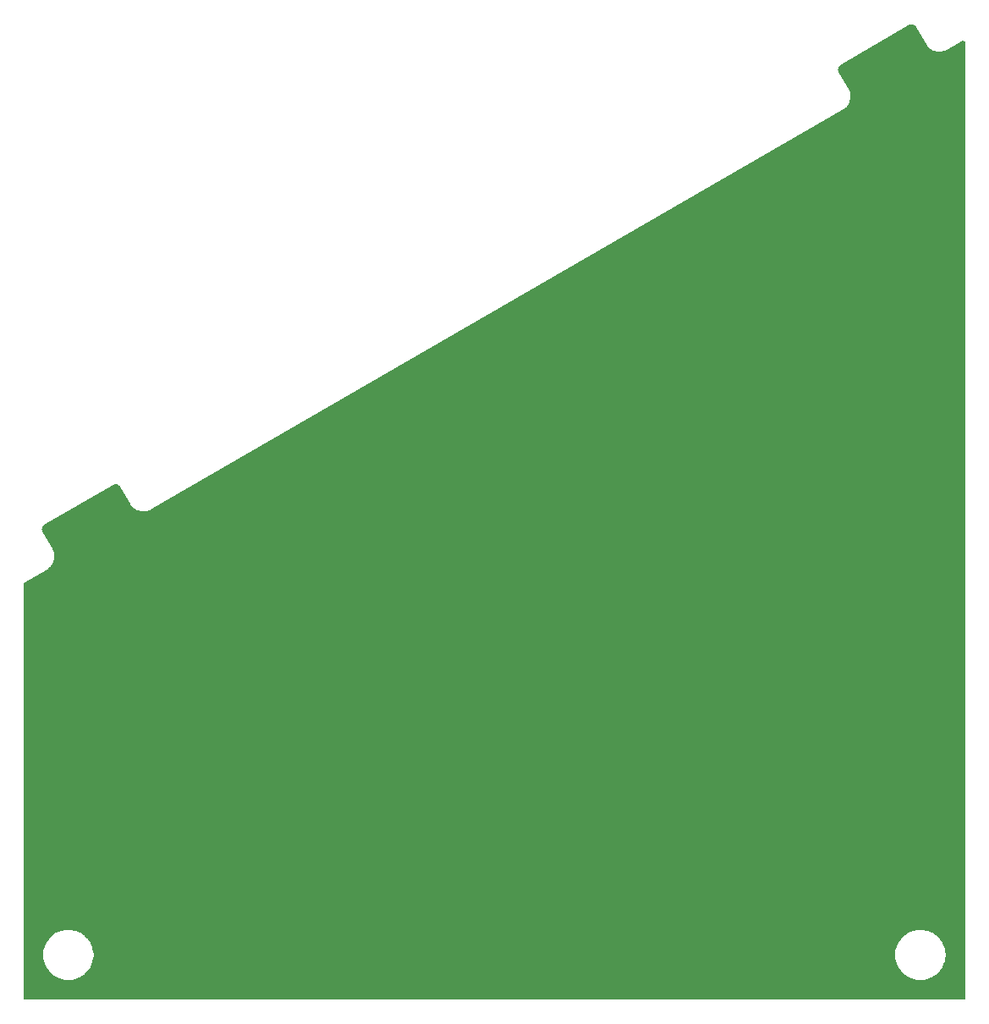
<source format=gtl>
G04*
G04 #@! TF.GenerationSoftware,Altium Limited,Altium Designer,25.5.2 (35)*
G04*
G04 Layer_Physical_Order=1*
G04 Layer_Color=255*
%FSLAX44Y44*%
%MOMM*%
G71*
G04*
G04 #@! TF.SameCoordinates,C3FC9F57-ABCC-4FA3-91A3-F26E9C4BB8ED*
G04*
G04*
G04 #@! TF.FilePolarity,Positive*
G04*
G01*
G75*
G36*
X1195129Y1055841D02*
X1196062Y1055591D01*
X1196928Y1055164D01*
X1197694Y1054576D01*
X1198331Y1053850D01*
X1198572Y1053432D01*
X1198572Y1053432D01*
X1208572Y1036111D01*
X1208656Y1036016D01*
X1208702Y1035898D01*
X1209234Y1035073D01*
X1209497Y1034801D01*
X1209686Y1034474D01*
X1210978Y1033000D01*
X1211377Y1032695D01*
X1211708Y1032317D01*
X1213263Y1031124D01*
X1213714Y1030902D01*
X1214112Y1030596D01*
X1215870Y1029729D01*
X1216355Y1029599D01*
X1216805Y1029377D01*
X1218699Y1028870D01*
X1219200Y1028837D01*
X1219685Y1028707D01*
X1221641Y1028579D01*
X1222139Y1028644D01*
X1222640Y1028611D01*
X1224583Y1028867D01*
X1225059Y1029029D01*
X1225557Y1029094D01*
X1227413Y1029724D01*
X1227740Y1029913D01*
X1228103Y1030017D01*
X1228976Y1030465D01*
X1229076Y1030544D01*
X1229196Y1030585D01*
X1245330Y1039900D01*
X1247530Y1038630D01*
Y80098D01*
X305098D01*
Y497057D01*
X328530Y510585D01*
X328625Y510669D01*
X328743Y510716D01*
X329568Y511247D01*
X329840Y511510D01*
X330167Y511699D01*
X331641Y512991D01*
X331946Y513390D01*
X332324Y513721D01*
X333517Y515276D01*
X333739Y515727D01*
X334045Y516125D01*
X334912Y517883D01*
X335042Y518368D01*
X335264Y518818D01*
X335771Y520712D01*
X335804Y521213D01*
X335934Y521698D01*
X336062Y523654D01*
X335997Y524152D01*
X336030Y524653D01*
X335774Y526596D01*
X335612Y527072D01*
X335547Y527570D01*
X334917Y529426D01*
X334728Y529753D01*
X334624Y530116D01*
X334176Y530989D01*
X334097Y531089D01*
X334056Y531209D01*
X324056Y548530D01*
X323814Y548948D01*
X323504Y549862D01*
X323378Y550820D01*
X323441Y551783D01*
X323691Y552716D01*
X324118Y553582D01*
X324706Y554348D01*
X325432Y554985D01*
X325850Y555226D01*
X325850Y555226D01*
X395132Y595226D01*
X395550Y595467D01*
X396465Y595778D01*
X397422Y595904D01*
X398386Y595841D01*
X399318Y595591D01*
X400184Y595164D01*
X400951Y594576D01*
X401587Y593850D01*
X401829Y593432D01*
X411829Y576111D01*
X411912Y576016D01*
X411959Y575898D01*
X412491Y575073D01*
X412754Y574801D01*
X412943Y574474D01*
X414235Y573000D01*
X414633Y572695D01*
X414964Y572317D01*
X416520Y571124D01*
X416970Y570902D01*
X417369Y570596D01*
X419127Y569729D01*
X419612Y569599D01*
X420062Y569377D01*
X421955Y568870D01*
X422457Y568837D01*
X422941Y568707D01*
X424897Y568579D01*
X425395Y568644D01*
X425896Y568611D01*
X427840Y568867D01*
X428315Y569029D01*
X428813Y569094D01*
X430670Y569724D01*
X430997Y569913D01*
X431360Y570017D01*
X432233Y570465D01*
X432332Y570544D01*
X432453Y570585D01*
X1125273Y970585D01*
X1125368Y970669D01*
X1125487Y970715D01*
X1126311Y971247D01*
X1126583Y971510D01*
X1126910Y971699D01*
X1128384Y972992D01*
X1128690Y973390D01*
X1129067Y973721D01*
X1130260Y975276D01*
X1130483Y975727D01*
X1130788Y976125D01*
X1131655Y977883D01*
X1131785Y978368D01*
X1132007Y978818D01*
X1132515Y980712D01*
X1132548Y981213D01*
X1132678Y981698D01*
X1132806Y983654D01*
X1132740Y984152D01*
X1132773Y984653D01*
X1132517Y986597D01*
X1132356Y987072D01*
X1132290Y987570D01*
X1131660Y989426D01*
X1131471Y989753D01*
X1131367Y990116D01*
X1130919Y990989D01*
X1130840Y991089D01*
X1130799Y991209D01*
X1120799Y1008530D01*
X1120799Y1008530D01*
X1120558Y1008948D01*
X1120247Y1009862D01*
X1120121Y1010820D01*
X1120185Y1011783D01*
X1120434Y1012716D01*
X1120862Y1013582D01*
X1121450Y1014348D01*
X1122176Y1014985D01*
X1122594Y1015226D01*
X1191876Y1055226D01*
X1192294Y1055468D01*
X1193208Y1055778D01*
X1194165Y1055904D01*
X1195129Y1055841D01*
D02*
G37*
%LPC*%
G36*
X1204600Y150098D02*
X1200660D01*
X1200168Y150000D01*
X1199666D01*
X1195802Y149231D01*
X1195338Y149039D01*
X1194845Y148941D01*
X1191206Y147434D01*
X1190788Y147155D01*
X1190324Y146963D01*
X1187048Y144774D01*
X1186693Y144419D01*
X1186276Y144140D01*
X1183490Y141354D01*
X1183211Y140937D01*
X1182856Y140582D01*
X1180667Y137306D01*
X1180475Y136842D01*
X1180196Y136425D01*
X1178689Y132785D01*
X1178591Y132292D01*
X1178399Y131828D01*
X1177630Y127964D01*
Y127462D01*
X1177532Y126970D01*
Y123030D01*
X1177630Y122538D01*
Y122036D01*
X1178399Y118172D01*
X1178591Y117708D01*
X1178689Y117215D01*
X1180196Y113575D01*
X1180475Y113158D01*
X1180667Y112694D01*
X1182856Y109418D01*
X1183211Y109063D01*
X1183490Y108646D01*
X1186276Y105860D01*
X1186693Y105581D01*
X1187048Y105226D01*
X1190324Y103037D01*
X1190788Y102845D01*
X1191206Y102566D01*
X1194845Y101059D01*
X1195338Y100961D01*
X1195802Y100769D01*
X1199666Y100000D01*
X1200168D01*
X1200660Y99902D01*
X1204600D01*
X1205092Y100000D01*
X1205594D01*
X1209458Y100769D01*
X1209922Y100961D01*
X1210415Y101059D01*
X1214054Y102566D01*
X1214472Y102845D01*
X1214936Y103037D01*
X1218212Y105226D01*
X1218567Y105581D01*
X1218984Y105860D01*
X1221770Y108646D01*
X1222049Y109063D01*
X1222404Y109418D01*
X1224593Y112694D01*
X1224785Y113158D01*
X1225064Y113575D01*
X1226571Y117215D01*
X1226669Y117708D01*
X1226861Y118172D01*
X1227630Y122036D01*
Y122538D01*
X1227728Y123030D01*
Y126970D01*
X1227630Y127462D01*
Y127964D01*
X1226861Y131828D01*
X1226669Y132292D01*
X1226571Y132785D01*
X1225064Y136424D01*
X1224785Y136842D01*
X1224593Y137306D01*
X1222404Y140582D01*
X1222049Y140936D01*
X1221770Y141354D01*
X1218984Y144140D01*
X1218567Y144419D01*
X1218212Y144774D01*
X1214936Y146963D01*
X1214472Y147155D01*
X1214054Y147434D01*
X1210415Y148941D01*
X1209922Y149039D01*
X1209458Y149231D01*
X1205594Y150000D01*
X1205092D01*
X1204600Y150098D01*
D02*
G37*
G36*
X351970D02*
X348030D01*
X347538Y150000D01*
X347036D01*
X343172Y149231D01*
X342708Y149039D01*
X342215Y148941D01*
X338576Y147434D01*
X338158Y147155D01*
X337694Y146963D01*
X334418Y144774D01*
X334063Y144419D01*
X333646Y144140D01*
X330860Y141354D01*
X330581Y140937D01*
X330226Y140582D01*
X328037Y137306D01*
X327845Y136842D01*
X327566Y136425D01*
X326059Y132785D01*
X325961Y132292D01*
X325769Y131828D01*
X325000Y127964D01*
Y127462D01*
X324902Y126970D01*
Y123030D01*
X325000Y122538D01*
Y122036D01*
X325769Y118172D01*
X325961Y117708D01*
X326059Y117215D01*
X327566Y113575D01*
X327845Y113158D01*
X328037Y112694D01*
X330226Y109418D01*
X330581Y109063D01*
X330860Y108646D01*
X333646Y105860D01*
X334063Y105581D01*
X334418Y105226D01*
X337694Y103037D01*
X338158Y102845D01*
X338576Y102566D01*
X342215Y101059D01*
X342708Y100961D01*
X343172Y100769D01*
X347036Y100000D01*
X347538D01*
X348030Y99902D01*
X351970D01*
X352462Y100000D01*
X352964D01*
X356828Y100769D01*
X357292Y100961D01*
X357785Y101059D01*
X361424Y102566D01*
X361842Y102845D01*
X362306Y103037D01*
X365582Y105226D01*
X365937Y105581D01*
X366354Y105860D01*
X369140Y108646D01*
X369419Y109063D01*
X369774Y109418D01*
X371963Y112694D01*
X372155Y113158D01*
X372434Y113575D01*
X373941Y117215D01*
X374039Y117708D01*
X374231Y118172D01*
X375000Y122036D01*
Y122538D01*
X375098Y123030D01*
Y126970D01*
X375000Y127462D01*
Y127964D01*
X374231Y131828D01*
X374039Y132292D01*
X373941Y132785D01*
X372434Y136424D01*
X372155Y136842D01*
X371963Y137306D01*
X369774Y140582D01*
X369419Y140936D01*
X369140Y141354D01*
X366354Y144140D01*
X365937Y144419D01*
X365582Y144774D01*
X362306Y146963D01*
X361842Y147155D01*
X361424Y147434D01*
X357785Y148941D01*
X357292Y149039D01*
X356828Y149231D01*
X352964Y150000D01*
X352462D01*
X351970Y150098D01*
D02*
G37*
%LPD*%
M02*

</source>
